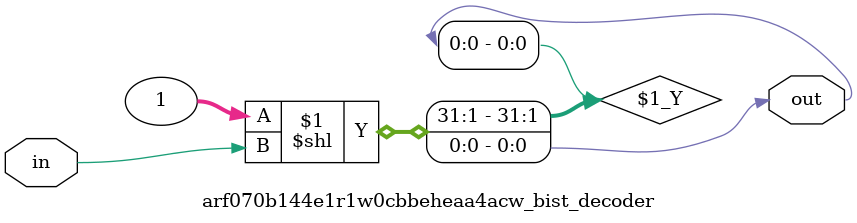
<source format=sv>

`ifndef ARF070B144E1R1W0CBBEHEAA4ACW_BIST_DECODER_SV
`define ARF070B144E1R1W0CBBEHEAA4ACW_BIST_DECODER_SV

module arf070b144e1r1w0cbbeheaa4acw_bist_decoder # (
  parameter IN_WIDTH  = 1,
  parameter OUT_WIDTH = 1
)
(
  input  logic [IN_WIDTH-1:0]  in,
  output logic [OUT_WIDTH-1:0] out
);
  
  assign out = 'b1 << in;

endmodule // arf070b144e1r1w0cbbeheaa4acw_bist_decoder

`endif // ARF070B144E1R1W0CBBEHEAA4ACW_BIST_DECODER_SV
</source>
